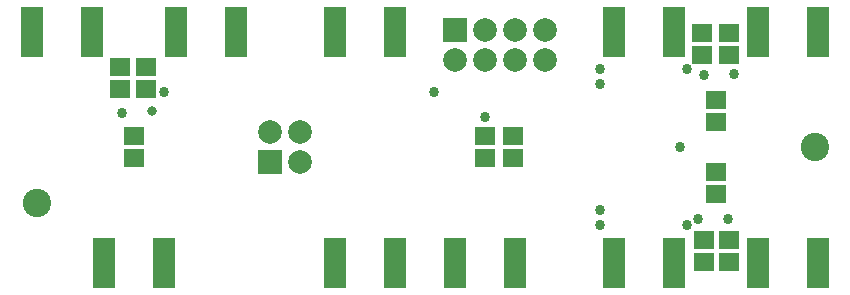
<source format=gbs>
G04*
G04 #@! TF.GenerationSoftware,Altium Limited,Altium Designer,24.4.1 (13)*
G04*
G04 Layer_Color=16711935*
%FSLAX25Y25*%
%MOIN*%
G70*
G04*
G04 #@! TF.SameCoordinates,9EAFE7E4-189C-44CB-946A-5F511CB8720B*
G04*
G04*
G04 #@! TF.FilePolarity,Negative*
G04*
G01*
G75*
%ADD19R,0.07800X0.16800*%
%ADD20R,0.06706X0.05918*%
%ADD22C,0.09461*%
%ADD23C,0.07887*%
%ADD24R,0.07887X0.07887*%
%ADD25R,0.07887X0.07887*%
%ADD26C,0.03200*%
%ADD27C,0.03400*%
D19*
X257795Y86713D02*
D03*
X277795D02*
D03*
X63795D02*
D03*
X83795D02*
D03*
X15795D02*
D03*
X35795D02*
D03*
X136795D02*
D03*
X116795D02*
D03*
X209795D02*
D03*
X229795D02*
D03*
X39795Y9713D02*
D03*
X59795D02*
D03*
X136795D02*
D03*
X116795D02*
D03*
X176795D02*
D03*
X156795D02*
D03*
X257795D02*
D03*
X277795D02*
D03*
X209795D02*
D03*
X229795D02*
D03*
D20*
X239795Y9972D02*
D03*
Y17453D02*
D03*
X243795Y63953D02*
D03*
Y56472D02*
D03*
X248295Y78972D02*
D03*
Y86453D02*
D03*
X49795Y51953D02*
D03*
Y44472D02*
D03*
X53795Y74953D02*
D03*
Y67472D02*
D03*
X45295Y74953D02*
D03*
Y67472D02*
D03*
X166795Y44472D02*
D03*
Y51953D02*
D03*
X176295Y44472D02*
D03*
Y51953D02*
D03*
X239295Y86453D02*
D03*
Y78972D02*
D03*
X248295Y9972D02*
D03*
Y17453D02*
D03*
X243795Y32472D02*
D03*
Y39953D02*
D03*
D22*
X17347Y29615D02*
D03*
X276795Y48213D02*
D03*
D23*
X156795Y77213D02*
D03*
X166795D02*
D03*
X176795D02*
D03*
X186795D02*
D03*
X166795Y87213D02*
D03*
X176795D02*
D03*
X186795D02*
D03*
X95295Y53213D02*
D03*
X105295D02*
D03*
Y43213D02*
D03*
D24*
X156795Y87213D02*
D03*
D25*
X95295Y43213D02*
D03*
D26*
X55795Y60212D02*
D03*
D27*
X59795Y66713D02*
D03*
X205295Y69213D02*
D03*
X231795Y48213D02*
D03*
X149674Y66713D02*
D03*
X45795Y59713D02*
D03*
X166795Y58213D02*
D03*
X205295Y22213D02*
D03*
Y27213D02*
D03*
X234295Y22213D02*
D03*
X205295Y74213D02*
D03*
X234295D02*
D03*
X237795Y24213D02*
D03*
X239795Y72213D02*
D03*
X249795Y72713D02*
D03*
X247795Y24213D02*
D03*
M02*

</source>
